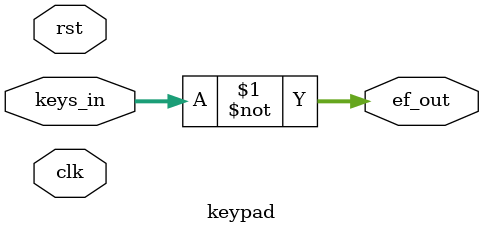
<source format=v>
`timescale 1ns / 1ps

module keypad(
    input  wire       clk,
    input  wire       rst,
    input  wire [3:0] keys_in,   // These are already debounced
    output wire [3:0] ef_out
);

// In the original Studio II, there's a simple keypad matrix or discrete lines.
// The simplest approach is that each key line might drive a different EF or
// combined logic. For example, let's assume each of the 4 lines sets EF low
// when pressed (CDP1802 sees an active-low EF).
//
// We'll do a direct pass-through in this simple example:
assign ef_out = ~keys_in;  // active low if you want EF = 0 when pressed

endmodule

</source>
